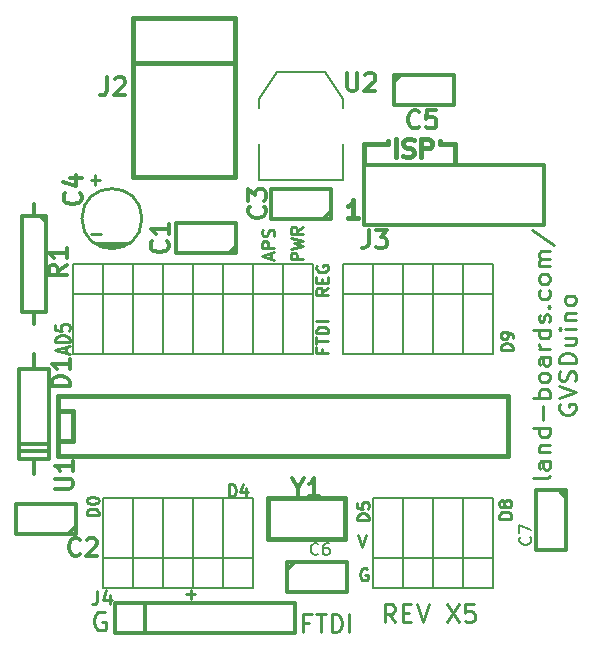
<source format=gto>
G04 (created by PCBNEW (2013-04-19 BZR 4011)-stable) date 19/08/2014 16:01:40*
%MOIN*%
G04 Gerber Fmt 3.4, Leading zero omitted, Abs format*
%FSLAX34Y34*%
G01*
G70*
G90*
G04 APERTURE LIST*
%ADD10C,0*%
%ADD11C,0.01*%
%ADD12C,0.015*%
%ADD13C,0.008*%
%ADD14C,0.012*%
%ADD15C,0.006*%
%ADD16C,0.01125*%
G04 APERTURE END LIST*
G54D10*
G54D11*
X31611Y-22308D02*
X31211Y-22308D01*
X31211Y-22155D01*
X31230Y-22117D01*
X31250Y-22098D01*
X31288Y-22079D01*
X31345Y-22079D01*
X31383Y-22098D01*
X31402Y-22117D01*
X31421Y-22155D01*
X31421Y-22308D01*
X31211Y-21946D02*
X31611Y-21851D01*
X31326Y-21775D01*
X31611Y-21698D01*
X31211Y-21603D01*
X31611Y-21222D02*
X31421Y-21355D01*
X31611Y-21451D02*
X31211Y-21451D01*
X31211Y-21298D01*
X31230Y-21260D01*
X31250Y-21241D01*
X31288Y-21222D01*
X31345Y-21222D01*
X31383Y-21241D01*
X31402Y-21260D01*
X31421Y-21298D01*
X31421Y-21451D01*
G54D12*
X33471Y-20942D02*
X33128Y-20942D01*
X33300Y-20942D02*
X33300Y-20342D01*
X33242Y-20428D01*
X33185Y-20485D01*
X33128Y-20514D01*
X34450Y-18400D02*
X34450Y-18375D01*
X36200Y-18475D02*
X36200Y-18350D01*
X36675Y-18475D02*
X36200Y-18475D01*
X36675Y-19125D02*
X36675Y-18475D01*
X34450Y-18475D02*
X34450Y-18425D01*
X33650Y-18475D02*
X34450Y-18475D01*
X33650Y-19125D02*
X33650Y-18475D01*
G54D11*
X30547Y-22285D02*
X30547Y-22095D01*
X30661Y-22323D02*
X30261Y-22190D01*
X30661Y-22057D01*
X30661Y-21923D02*
X30261Y-21923D01*
X30261Y-21771D01*
X30280Y-21733D01*
X30300Y-21714D01*
X30338Y-21695D01*
X30395Y-21695D01*
X30433Y-21714D01*
X30452Y-21733D01*
X30471Y-21771D01*
X30471Y-21923D01*
X30642Y-21542D02*
X30661Y-21485D01*
X30661Y-21390D01*
X30642Y-21352D01*
X30623Y-21333D01*
X30585Y-21314D01*
X30547Y-21314D01*
X30509Y-21333D01*
X30490Y-21352D01*
X30471Y-21390D01*
X30452Y-21466D01*
X30433Y-21504D01*
X30414Y-21523D01*
X30376Y-21542D01*
X30338Y-21542D01*
X30300Y-21523D01*
X30280Y-21504D01*
X30261Y-21466D01*
X30261Y-21371D01*
X30280Y-21314D01*
X34697Y-34402D02*
X34497Y-34117D01*
X34354Y-34402D02*
X34354Y-33802D01*
X34582Y-33802D01*
X34639Y-33831D01*
X34668Y-33860D01*
X34697Y-33917D01*
X34697Y-34002D01*
X34668Y-34060D01*
X34639Y-34088D01*
X34582Y-34117D01*
X34354Y-34117D01*
X34954Y-34088D02*
X35154Y-34088D01*
X35239Y-34402D02*
X34954Y-34402D01*
X34954Y-33802D01*
X35239Y-33802D01*
X35411Y-33802D02*
X35611Y-34402D01*
X35811Y-33802D01*
X36411Y-33802D02*
X36811Y-34402D01*
X36811Y-33802D02*
X36411Y-34402D01*
X37325Y-33802D02*
X37040Y-33802D01*
X37011Y-34088D01*
X37040Y-34060D01*
X37097Y-34031D01*
X37240Y-34031D01*
X37297Y-34060D01*
X37325Y-34088D01*
X37354Y-34145D01*
X37354Y-34288D01*
X37325Y-34345D01*
X37297Y-34374D01*
X37240Y-34402D01*
X37097Y-34402D01*
X37040Y-34374D01*
X37011Y-34345D01*
G54D12*
X34714Y-18892D02*
X34714Y-18292D01*
X34971Y-18864D02*
X35057Y-18892D01*
X35200Y-18892D01*
X35257Y-18864D01*
X35285Y-18835D01*
X35314Y-18778D01*
X35314Y-18721D01*
X35285Y-18664D01*
X35257Y-18635D01*
X35200Y-18607D01*
X35085Y-18578D01*
X35028Y-18550D01*
X35000Y-18521D01*
X34971Y-18464D01*
X34971Y-18407D01*
X35000Y-18350D01*
X35028Y-18321D01*
X35085Y-18292D01*
X35228Y-18292D01*
X35314Y-18321D01*
X35571Y-18892D02*
X35571Y-18292D01*
X35800Y-18292D01*
X35857Y-18321D01*
X35885Y-18350D01*
X35914Y-18407D01*
X35914Y-18492D01*
X35885Y-18550D01*
X35857Y-18578D01*
X35800Y-18607D01*
X35571Y-18607D01*
G54D11*
X24547Y-19659D02*
X24852Y-19659D01*
X24700Y-19811D02*
X24700Y-19507D01*
X33449Y-31494D02*
X33582Y-31894D01*
X33716Y-31494D01*
X38567Y-30944D02*
X38167Y-30944D01*
X38167Y-30849D01*
X38186Y-30792D01*
X38224Y-30754D01*
X38262Y-30735D01*
X38338Y-30716D01*
X38395Y-30716D01*
X38472Y-30735D01*
X38510Y-30754D01*
X38548Y-30792D01*
X38567Y-30849D01*
X38567Y-30944D01*
X38338Y-30487D02*
X38319Y-30525D01*
X38300Y-30544D01*
X38262Y-30563D01*
X38243Y-30563D01*
X38205Y-30544D01*
X38186Y-30525D01*
X38167Y-30487D01*
X38167Y-30411D01*
X38186Y-30373D01*
X38205Y-30354D01*
X38243Y-30335D01*
X38262Y-30335D01*
X38300Y-30354D01*
X38319Y-30373D01*
X38338Y-30411D01*
X38338Y-30487D01*
X38357Y-30525D01*
X38376Y-30544D01*
X38415Y-30563D01*
X38491Y-30563D01*
X38529Y-30544D01*
X38548Y-30525D01*
X38567Y-30487D01*
X38567Y-30411D01*
X38548Y-30373D01*
X38529Y-30354D01*
X38491Y-30335D01*
X38415Y-30335D01*
X38376Y-30354D01*
X38357Y-30373D01*
X38338Y-30411D01*
X39847Y-29514D02*
X39821Y-29571D01*
X39769Y-29599D01*
X39297Y-29599D01*
X39847Y-29028D02*
X39559Y-29028D01*
X39507Y-29057D01*
X39480Y-29114D01*
X39480Y-29228D01*
X39507Y-29285D01*
X39821Y-29028D02*
X39847Y-29085D01*
X39847Y-29228D01*
X39821Y-29285D01*
X39769Y-29314D01*
X39716Y-29314D01*
X39664Y-29285D01*
X39638Y-29228D01*
X39638Y-29085D01*
X39611Y-29028D01*
X39480Y-28742D02*
X39847Y-28742D01*
X39533Y-28742D02*
X39507Y-28714D01*
X39480Y-28657D01*
X39480Y-28571D01*
X39507Y-28514D01*
X39559Y-28485D01*
X39847Y-28485D01*
X39847Y-27942D02*
X39297Y-27942D01*
X39821Y-27942D02*
X39847Y-27999D01*
X39847Y-28114D01*
X39821Y-28171D01*
X39795Y-28199D01*
X39742Y-28228D01*
X39585Y-28228D01*
X39533Y-28199D01*
X39507Y-28171D01*
X39480Y-28114D01*
X39480Y-27999D01*
X39507Y-27942D01*
X39638Y-27657D02*
X39638Y-27199D01*
X39847Y-26914D02*
X39297Y-26914D01*
X39507Y-26914D02*
X39480Y-26857D01*
X39480Y-26742D01*
X39507Y-26685D01*
X39533Y-26657D01*
X39585Y-26628D01*
X39742Y-26628D01*
X39795Y-26657D01*
X39821Y-26685D01*
X39847Y-26742D01*
X39847Y-26857D01*
X39821Y-26914D01*
X39847Y-26285D02*
X39821Y-26342D01*
X39795Y-26371D01*
X39742Y-26399D01*
X39585Y-26399D01*
X39533Y-26371D01*
X39507Y-26342D01*
X39480Y-26285D01*
X39480Y-26199D01*
X39507Y-26142D01*
X39533Y-26114D01*
X39585Y-26085D01*
X39742Y-26085D01*
X39795Y-26114D01*
X39821Y-26142D01*
X39847Y-26199D01*
X39847Y-26285D01*
X39847Y-25571D02*
X39559Y-25571D01*
X39507Y-25599D01*
X39480Y-25657D01*
X39480Y-25771D01*
X39507Y-25828D01*
X39821Y-25571D02*
X39847Y-25628D01*
X39847Y-25771D01*
X39821Y-25828D01*
X39769Y-25857D01*
X39716Y-25857D01*
X39664Y-25828D01*
X39638Y-25771D01*
X39638Y-25628D01*
X39611Y-25571D01*
X39847Y-25285D02*
X39480Y-25285D01*
X39585Y-25285D02*
X39533Y-25257D01*
X39507Y-25228D01*
X39480Y-25171D01*
X39480Y-25114D01*
X39847Y-24657D02*
X39297Y-24657D01*
X39821Y-24657D02*
X39847Y-24714D01*
X39847Y-24828D01*
X39821Y-24885D01*
X39795Y-24914D01*
X39742Y-24942D01*
X39585Y-24942D01*
X39533Y-24914D01*
X39507Y-24885D01*
X39480Y-24828D01*
X39480Y-24714D01*
X39507Y-24657D01*
X39821Y-24399D02*
X39847Y-24342D01*
X39847Y-24228D01*
X39821Y-24171D01*
X39769Y-24142D01*
X39742Y-24142D01*
X39690Y-24171D01*
X39664Y-24228D01*
X39664Y-24314D01*
X39638Y-24371D01*
X39585Y-24399D01*
X39559Y-24399D01*
X39507Y-24371D01*
X39480Y-24314D01*
X39480Y-24228D01*
X39507Y-24171D01*
X39795Y-23885D02*
X39821Y-23857D01*
X39847Y-23885D01*
X39821Y-23914D01*
X39795Y-23885D01*
X39847Y-23885D01*
X39821Y-23342D02*
X39847Y-23400D01*
X39847Y-23514D01*
X39821Y-23571D01*
X39795Y-23600D01*
X39742Y-23628D01*
X39585Y-23628D01*
X39533Y-23600D01*
X39507Y-23571D01*
X39480Y-23514D01*
X39480Y-23400D01*
X39507Y-23342D01*
X39847Y-23000D02*
X39821Y-23057D01*
X39795Y-23085D01*
X39742Y-23114D01*
X39585Y-23114D01*
X39533Y-23085D01*
X39507Y-23057D01*
X39480Y-23000D01*
X39480Y-22914D01*
X39507Y-22857D01*
X39533Y-22828D01*
X39585Y-22800D01*
X39742Y-22800D01*
X39795Y-22828D01*
X39821Y-22857D01*
X39847Y-22914D01*
X39847Y-23000D01*
X39847Y-22542D02*
X39480Y-22542D01*
X39533Y-22542D02*
X39507Y-22514D01*
X39480Y-22457D01*
X39480Y-22371D01*
X39507Y-22314D01*
X39559Y-22285D01*
X39847Y-22285D01*
X39559Y-22285D02*
X39507Y-22257D01*
X39480Y-22200D01*
X39480Y-22114D01*
X39507Y-22057D01*
X39559Y-22028D01*
X39847Y-22028D01*
X39271Y-21314D02*
X39978Y-21828D01*
X40193Y-27142D02*
X40167Y-27200D01*
X40167Y-27285D01*
X40193Y-27371D01*
X40246Y-27428D01*
X40298Y-27457D01*
X40403Y-27485D01*
X40481Y-27485D01*
X40586Y-27457D01*
X40639Y-27428D01*
X40691Y-27371D01*
X40717Y-27285D01*
X40717Y-27228D01*
X40691Y-27142D01*
X40665Y-27114D01*
X40481Y-27114D01*
X40481Y-27228D01*
X40167Y-26942D02*
X40717Y-26742D01*
X40167Y-26542D01*
X40691Y-26371D02*
X40717Y-26285D01*
X40717Y-26142D01*
X40691Y-26085D01*
X40665Y-26057D01*
X40612Y-26028D01*
X40560Y-26028D01*
X40508Y-26057D01*
X40481Y-26085D01*
X40455Y-26142D01*
X40429Y-26257D01*
X40403Y-26314D01*
X40377Y-26342D01*
X40324Y-26371D01*
X40272Y-26371D01*
X40220Y-26342D01*
X40193Y-26314D01*
X40167Y-26257D01*
X40167Y-26114D01*
X40193Y-26028D01*
X40717Y-25771D02*
X40167Y-25771D01*
X40167Y-25628D01*
X40193Y-25542D01*
X40246Y-25485D01*
X40298Y-25457D01*
X40403Y-25428D01*
X40481Y-25428D01*
X40586Y-25457D01*
X40639Y-25485D01*
X40691Y-25542D01*
X40717Y-25628D01*
X40717Y-25771D01*
X40350Y-24914D02*
X40717Y-24914D01*
X40350Y-25171D02*
X40639Y-25171D01*
X40691Y-25142D01*
X40717Y-25085D01*
X40717Y-24999D01*
X40691Y-24942D01*
X40665Y-24914D01*
X40717Y-24628D02*
X40350Y-24628D01*
X40167Y-24628D02*
X40193Y-24657D01*
X40220Y-24628D01*
X40193Y-24599D01*
X40167Y-24628D01*
X40220Y-24628D01*
X40350Y-24342D02*
X40717Y-24342D01*
X40403Y-24342D02*
X40377Y-24314D01*
X40350Y-24257D01*
X40350Y-24171D01*
X40377Y-24114D01*
X40429Y-24085D01*
X40717Y-24085D01*
X40717Y-23714D02*
X40691Y-23771D01*
X40665Y-23800D01*
X40612Y-23828D01*
X40455Y-23828D01*
X40403Y-23800D01*
X40377Y-23771D01*
X40350Y-23714D01*
X40350Y-23628D01*
X40377Y-23571D01*
X40403Y-23542D01*
X40455Y-23514D01*
X40612Y-23514D01*
X40665Y-23542D01*
X40691Y-23571D01*
X40717Y-23628D01*
X40717Y-23714D01*
X32252Y-25290D02*
X32252Y-25423D01*
X32461Y-25423D02*
X32061Y-25423D01*
X32061Y-25233D01*
X32061Y-25138D02*
X32061Y-24909D01*
X32461Y-25023D02*
X32061Y-25023D01*
X32461Y-24776D02*
X32061Y-24776D01*
X32061Y-24680D01*
X32080Y-24623D01*
X32119Y-24585D01*
X32157Y-24566D01*
X32233Y-24547D01*
X32290Y-24547D01*
X32366Y-24566D01*
X32404Y-24585D01*
X32442Y-24623D01*
X32461Y-24680D01*
X32461Y-24776D01*
X32461Y-24376D02*
X32061Y-24376D01*
X32461Y-23257D02*
X32271Y-23390D01*
X32461Y-23485D02*
X32061Y-23485D01*
X32061Y-23333D01*
X32080Y-23295D01*
X32100Y-23276D01*
X32138Y-23257D01*
X32195Y-23257D01*
X32233Y-23276D01*
X32252Y-23295D01*
X32271Y-23333D01*
X32271Y-23485D01*
X32252Y-23085D02*
X32252Y-22952D01*
X32461Y-22895D02*
X32461Y-23085D01*
X32061Y-23085D01*
X32061Y-22895D01*
X32080Y-22514D02*
X32061Y-22552D01*
X32061Y-22609D01*
X32080Y-22666D01*
X32119Y-22704D01*
X32157Y-22723D01*
X32233Y-22742D01*
X32290Y-22742D01*
X32366Y-22723D01*
X32404Y-22704D01*
X32442Y-22666D01*
X32461Y-22609D01*
X32461Y-22571D01*
X32442Y-22514D01*
X32423Y-22495D01*
X32290Y-22495D01*
X32290Y-22571D01*
X29158Y-30209D02*
X29158Y-29809D01*
X29253Y-29809D01*
X29310Y-29828D01*
X29348Y-29867D01*
X29367Y-29905D01*
X29386Y-29981D01*
X29386Y-30038D01*
X29367Y-30114D01*
X29348Y-30152D01*
X29310Y-30190D01*
X29253Y-30209D01*
X29158Y-30209D01*
X29729Y-29943D02*
X29729Y-30209D01*
X29634Y-29790D02*
X29539Y-30076D01*
X29786Y-30076D01*
X25024Y-34075D02*
X24964Y-34045D01*
X24874Y-34045D01*
X24785Y-34075D01*
X24725Y-34135D01*
X24695Y-34195D01*
X24665Y-34315D01*
X24665Y-34405D01*
X24695Y-34524D01*
X24725Y-34584D01*
X24785Y-34644D01*
X24874Y-34674D01*
X24934Y-34674D01*
X25024Y-34644D01*
X25054Y-34614D01*
X25054Y-34405D01*
X24934Y-34405D01*
X33823Y-31003D02*
X33423Y-31003D01*
X33423Y-30908D01*
X33442Y-30851D01*
X33480Y-30813D01*
X33518Y-30794D01*
X33594Y-30775D01*
X33651Y-30775D01*
X33728Y-30794D01*
X33766Y-30813D01*
X33804Y-30851D01*
X33823Y-30908D01*
X33823Y-31003D01*
X33423Y-30413D02*
X33423Y-30603D01*
X33613Y-30622D01*
X33594Y-30603D01*
X33575Y-30565D01*
X33575Y-30470D01*
X33594Y-30432D01*
X33613Y-30413D01*
X33651Y-30394D01*
X33747Y-30394D01*
X33785Y-30413D01*
X33804Y-30432D01*
X33823Y-30470D01*
X33823Y-30565D01*
X33804Y-30603D01*
X33785Y-30622D01*
X27721Y-33474D02*
X28026Y-33474D01*
X27874Y-33626D02*
X27874Y-33321D01*
X33758Y-32628D02*
X33720Y-32609D01*
X33663Y-32609D01*
X33605Y-32628D01*
X33567Y-32667D01*
X33548Y-32705D01*
X33529Y-32781D01*
X33529Y-32838D01*
X33548Y-32914D01*
X33567Y-32952D01*
X33605Y-32990D01*
X33663Y-33009D01*
X33701Y-33009D01*
X33758Y-32990D01*
X33777Y-32971D01*
X33777Y-32838D01*
X33701Y-32838D01*
X24815Y-30843D02*
X24415Y-30843D01*
X24415Y-30748D01*
X24434Y-30690D01*
X24472Y-30652D01*
X24510Y-30633D01*
X24586Y-30614D01*
X24644Y-30614D01*
X24720Y-30633D01*
X24758Y-30652D01*
X24796Y-30690D01*
X24815Y-30748D01*
X24815Y-30843D01*
X24415Y-30367D02*
X24415Y-30328D01*
X24434Y-30290D01*
X24453Y-30271D01*
X24491Y-30252D01*
X24567Y-30233D01*
X24663Y-30233D01*
X24739Y-30252D01*
X24777Y-30271D01*
X24796Y-30290D01*
X24815Y-30328D01*
X24815Y-30367D01*
X24796Y-30405D01*
X24777Y-30424D01*
X24739Y-30443D01*
X24663Y-30462D01*
X24567Y-30462D01*
X24491Y-30443D01*
X24453Y-30424D01*
X24434Y-30405D01*
X24415Y-30367D01*
X38611Y-25335D02*
X38211Y-25335D01*
X38211Y-25239D01*
X38230Y-25182D01*
X38269Y-25144D01*
X38307Y-25125D01*
X38383Y-25106D01*
X38440Y-25106D01*
X38516Y-25125D01*
X38554Y-25144D01*
X38592Y-25182D01*
X38611Y-25239D01*
X38611Y-25335D01*
X38611Y-24916D02*
X38611Y-24839D01*
X38592Y-24801D01*
X38573Y-24782D01*
X38516Y-24744D01*
X38440Y-24725D01*
X38288Y-24725D01*
X38250Y-24744D01*
X38230Y-24763D01*
X38211Y-24801D01*
X38211Y-24878D01*
X38230Y-24916D01*
X38250Y-24935D01*
X38288Y-24954D01*
X38383Y-24954D01*
X38421Y-24935D01*
X38440Y-24916D01*
X38459Y-24878D01*
X38459Y-24801D01*
X38440Y-24763D01*
X38421Y-24744D01*
X38383Y-24725D01*
X23713Y-25433D02*
X23713Y-25243D01*
X23855Y-25471D02*
X23355Y-25338D01*
X23855Y-25205D01*
X23855Y-25071D02*
X23355Y-25071D01*
X23355Y-24976D01*
X23379Y-24919D01*
X23427Y-24881D01*
X23474Y-24862D01*
X23570Y-24843D01*
X23641Y-24843D01*
X23736Y-24862D01*
X23784Y-24881D01*
X23832Y-24919D01*
X23855Y-24976D01*
X23855Y-25071D01*
X23355Y-24481D02*
X23355Y-24671D01*
X23594Y-24690D01*
X23570Y-24671D01*
X23546Y-24633D01*
X23546Y-24538D01*
X23570Y-24500D01*
X23594Y-24481D01*
X23641Y-24462D01*
X23760Y-24462D01*
X23808Y-24481D01*
X23832Y-24500D01*
X23855Y-24538D01*
X23855Y-24633D01*
X23832Y-24671D01*
X23808Y-24690D01*
X31823Y-34419D02*
X31626Y-34419D01*
X31626Y-34729D02*
X31626Y-34138D01*
X31907Y-34138D01*
X32048Y-34138D02*
X32385Y-34138D01*
X32217Y-34729D02*
X32217Y-34138D01*
X32582Y-34729D02*
X32582Y-34138D01*
X32723Y-34138D01*
X32807Y-34166D01*
X32864Y-34222D01*
X32892Y-34279D01*
X32920Y-34391D01*
X32920Y-34475D01*
X32892Y-34588D01*
X32864Y-34644D01*
X32807Y-34700D01*
X32723Y-34729D01*
X32582Y-34729D01*
X33173Y-34729D02*
X33173Y-34138D01*
G54D13*
X30153Y-18448D02*
X30153Y-19648D01*
X30153Y-19648D02*
X32953Y-19648D01*
X32953Y-19648D02*
X32953Y-18448D01*
X30153Y-17248D02*
X30153Y-16948D01*
X30153Y-16948D02*
X30753Y-16048D01*
X30753Y-16048D02*
X32353Y-16048D01*
X32353Y-16048D02*
X32953Y-16948D01*
X32953Y-16948D02*
X32953Y-17248D01*
G54D14*
X34673Y-16148D02*
X36653Y-16148D01*
X36653Y-16148D02*
X36653Y-17148D01*
X36653Y-17148D02*
X34653Y-17148D01*
X34653Y-17148D02*
X34653Y-16148D01*
X34653Y-16398D02*
X34903Y-16148D01*
X32533Y-20948D02*
X30553Y-20948D01*
X30553Y-20948D02*
X30553Y-19948D01*
X30553Y-19948D02*
X32553Y-19948D01*
X32553Y-19948D02*
X32553Y-20948D01*
X32553Y-20698D02*
X32303Y-20948D01*
X24033Y-31448D02*
X22053Y-31448D01*
X22053Y-31448D02*
X22053Y-30448D01*
X22053Y-30448D02*
X24053Y-30448D01*
X24053Y-30448D02*
X24053Y-31448D01*
X24053Y-31198D02*
X23803Y-31448D01*
X29380Y-22100D02*
X27400Y-22100D01*
X27400Y-22100D02*
X27400Y-21100D01*
X27400Y-21100D02*
X29400Y-21100D01*
X29400Y-21100D02*
X29400Y-22100D01*
X29400Y-21850D02*
X29150Y-22100D01*
G54D12*
X23453Y-26848D02*
X38453Y-26848D01*
X38453Y-26848D02*
X38453Y-28848D01*
X38453Y-28848D02*
X23453Y-28848D01*
X23453Y-28848D02*
X23453Y-26848D01*
X23453Y-27348D02*
X23953Y-27348D01*
X23953Y-27348D02*
X23953Y-28348D01*
X23953Y-28348D02*
X23453Y-28348D01*
G54D11*
X24903Y-21448D02*
X24553Y-21448D01*
X24853Y-21848D02*
X25653Y-21848D01*
X25653Y-21848D02*
X25653Y-21798D01*
X25653Y-21798D02*
X24853Y-21798D01*
X25853Y-21748D02*
X24653Y-21748D01*
X26253Y-20948D02*
G75*
G03X26253Y-20948I-1000J0D01*
G74*
G01*
G54D14*
X25346Y-34751D02*
X25346Y-33751D01*
X25346Y-33751D02*
X31346Y-33751D01*
X31346Y-33751D02*
X31346Y-34751D01*
X31346Y-34751D02*
X25346Y-34751D01*
X26346Y-34751D02*
X26346Y-33751D01*
G54D15*
X29953Y-33248D02*
X28953Y-33248D01*
X28953Y-33248D02*
X28953Y-30248D01*
X28953Y-30248D02*
X29953Y-30248D01*
X29953Y-30248D02*
X29953Y-33248D01*
X28953Y-32248D02*
X29953Y-32248D01*
X32953Y-22448D02*
X33953Y-22448D01*
X33953Y-22448D02*
X33953Y-25448D01*
X33953Y-25448D02*
X32953Y-25448D01*
X32953Y-25448D02*
X32953Y-22448D01*
X33953Y-23448D02*
X32953Y-23448D01*
X33953Y-22448D02*
X34953Y-22448D01*
X34953Y-22448D02*
X34953Y-25448D01*
X34953Y-25448D02*
X33953Y-25448D01*
X33953Y-25448D02*
X33953Y-22448D01*
X34953Y-23448D02*
X33953Y-23448D01*
X34953Y-22448D02*
X35953Y-22448D01*
X35953Y-22448D02*
X35953Y-25448D01*
X35953Y-25448D02*
X34953Y-25448D01*
X34953Y-25448D02*
X34953Y-22448D01*
X35953Y-23448D02*
X34953Y-23448D01*
X35953Y-22448D02*
X36953Y-22448D01*
X36953Y-22448D02*
X36953Y-25448D01*
X36953Y-25448D02*
X35953Y-25448D01*
X35953Y-25448D02*
X35953Y-22448D01*
X36953Y-23448D02*
X35953Y-23448D01*
X36953Y-22448D02*
X37953Y-22448D01*
X37953Y-22448D02*
X37953Y-25448D01*
X37953Y-25448D02*
X36953Y-25448D01*
X36953Y-25448D02*
X36953Y-22448D01*
X37953Y-23448D02*
X36953Y-23448D01*
X37953Y-33248D02*
X36953Y-33248D01*
X36953Y-33248D02*
X36953Y-30248D01*
X36953Y-30248D02*
X37953Y-30248D01*
X37953Y-30248D02*
X37953Y-33248D01*
X36953Y-32248D02*
X37953Y-32248D01*
X36953Y-33248D02*
X35953Y-33248D01*
X35953Y-33248D02*
X35953Y-30248D01*
X35953Y-30248D02*
X36953Y-30248D01*
X36953Y-30248D02*
X36953Y-33248D01*
X35953Y-32248D02*
X36953Y-32248D01*
X35953Y-33248D02*
X34953Y-33248D01*
X34953Y-33248D02*
X34953Y-30248D01*
X34953Y-30248D02*
X35953Y-30248D01*
X35953Y-30248D02*
X35953Y-33248D01*
X34953Y-32248D02*
X35953Y-32248D01*
X34953Y-33248D02*
X33953Y-33248D01*
X33953Y-33248D02*
X33953Y-30248D01*
X33953Y-30248D02*
X34953Y-30248D01*
X34953Y-30248D02*
X34953Y-33248D01*
X33953Y-32248D02*
X34953Y-32248D01*
X28953Y-22448D02*
X29953Y-22448D01*
X29953Y-22448D02*
X29953Y-25448D01*
X29953Y-25448D02*
X28953Y-25448D01*
X28953Y-25448D02*
X28953Y-22448D01*
X29953Y-23448D02*
X28953Y-23448D01*
X28953Y-33248D02*
X27953Y-33248D01*
X27953Y-33248D02*
X27953Y-30248D01*
X27953Y-30248D02*
X28953Y-30248D01*
X28953Y-30248D02*
X28953Y-33248D01*
X27953Y-32248D02*
X28953Y-32248D01*
X27953Y-33248D02*
X26953Y-33248D01*
X26953Y-33248D02*
X26953Y-30248D01*
X26953Y-30248D02*
X27953Y-30248D01*
X27953Y-30248D02*
X27953Y-33248D01*
X26953Y-32248D02*
X27953Y-32248D01*
X26953Y-33248D02*
X25953Y-33248D01*
X25953Y-33248D02*
X25953Y-30248D01*
X25953Y-30248D02*
X26953Y-30248D01*
X26953Y-30248D02*
X26953Y-33248D01*
X25953Y-32248D02*
X26953Y-32248D01*
X25953Y-33248D02*
X24953Y-33248D01*
X24953Y-33248D02*
X24953Y-30248D01*
X24953Y-30248D02*
X25953Y-30248D01*
X25953Y-30248D02*
X25953Y-33248D01*
X24953Y-32248D02*
X25953Y-32248D01*
X23953Y-22448D02*
X24953Y-22448D01*
X24953Y-22448D02*
X24953Y-25448D01*
X24953Y-25448D02*
X23953Y-25448D01*
X23953Y-25448D02*
X23953Y-22448D01*
X24953Y-23448D02*
X23953Y-23448D01*
X24953Y-22448D02*
X25953Y-22448D01*
X25953Y-22448D02*
X25953Y-25448D01*
X25953Y-25448D02*
X24953Y-25448D01*
X24953Y-25448D02*
X24953Y-22448D01*
X25953Y-23448D02*
X24953Y-23448D01*
X25953Y-22448D02*
X26953Y-22448D01*
X26953Y-22448D02*
X26953Y-25448D01*
X26953Y-25448D02*
X25953Y-25448D01*
X25953Y-25448D02*
X25953Y-22448D01*
X26953Y-23448D02*
X25953Y-23448D01*
X26953Y-22448D02*
X27953Y-22448D01*
X27953Y-22448D02*
X27953Y-25448D01*
X27953Y-25448D02*
X26953Y-25448D01*
X26953Y-25448D02*
X26953Y-22448D01*
X27953Y-23448D02*
X26953Y-23448D01*
X27953Y-22448D02*
X28953Y-22448D01*
X28953Y-22448D02*
X28953Y-25448D01*
X28953Y-25448D02*
X27953Y-25448D01*
X27953Y-25448D02*
X27953Y-22448D01*
X28953Y-23448D02*
X27953Y-23448D01*
G54D14*
X23153Y-25948D02*
X23153Y-28948D01*
X23153Y-28948D02*
X22153Y-28948D01*
X22153Y-28948D02*
X22153Y-25948D01*
X22153Y-25948D02*
X23153Y-25948D01*
X23153Y-28698D02*
X22153Y-28698D01*
X22153Y-28448D02*
X23153Y-28448D01*
X22653Y-25948D02*
X22653Y-25448D01*
X22653Y-28948D02*
X22653Y-29448D01*
X22653Y-20448D02*
X22653Y-20848D01*
X22653Y-20848D02*
X23053Y-20848D01*
X23053Y-20848D02*
X23053Y-24048D01*
X23053Y-24048D02*
X22253Y-24048D01*
X22253Y-24048D02*
X22253Y-20848D01*
X22253Y-20848D02*
X22653Y-20848D01*
X22853Y-20848D02*
X23053Y-21048D01*
X22653Y-24448D02*
X22653Y-24048D01*
G54D15*
X29953Y-22448D02*
X30953Y-22448D01*
X30953Y-22448D02*
X30953Y-25448D01*
X30953Y-25448D02*
X29953Y-25448D01*
X29953Y-25448D02*
X29953Y-22448D01*
X30953Y-23448D02*
X29953Y-23448D01*
X30953Y-22448D02*
X31953Y-22448D01*
X31953Y-22448D02*
X31953Y-25448D01*
X31953Y-25448D02*
X30953Y-25448D01*
X30953Y-25448D02*
X30953Y-22448D01*
X31953Y-23448D02*
X30953Y-23448D01*
G54D12*
X30473Y-30259D02*
X33033Y-30259D01*
X33033Y-30259D02*
X33033Y-31637D01*
X33033Y-31637D02*
X30473Y-31637D01*
X30473Y-31637D02*
X30473Y-30259D01*
G54D14*
X33653Y-19148D02*
X39653Y-19148D01*
X39653Y-19148D02*
X39653Y-21148D01*
X39653Y-21148D02*
X33653Y-21148D01*
X33653Y-21148D02*
X33653Y-19148D01*
G54D12*
X29350Y-14550D02*
X29350Y-14250D01*
X29350Y-14250D02*
X25950Y-14250D01*
X25950Y-14250D02*
X25950Y-14550D01*
X29350Y-15750D02*
X25950Y-15750D01*
X29350Y-19550D02*
X25950Y-19550D01*
X25950Y-14550D02*
X25950Y-19550D01*
X29350Y-14550D02*
X29350Y-19550D01*
G54D14*
X31120Y-32400D02*
X33100Y-32400D01*
X33100Y-32400D02*
X33100Y-33400D01*
X33100Y-33400D02*
X31100Y-33400D01*
X31100Y-33400D02*
X31100Y-32400D01*
X31100Y-32650D02*
X31350Y-32400D01*
X40400Y-30020D02*
X40400Y-32000D01*
X40400Y-32000D02*
X39400Y-32000D01*
X39400Y-32000D02*
X39400Y-30000D01*
X39400Y-30000D02*
X40400Y-30000D01*
X40150Y-30000D02*
X40400Y-30250D01*
X33096Y-16090D02*
X33096Y-16576D01*
X33124Y-16633D01*
X33153Y-16662D01*
X33210Y-16690D01*
X33324Y-16690D01*
X33382Y-16662D01*
X33410Y-16633D01*
X33439Y-16576D01*
X33439Y-16090D01*
X33696Y-16148D02*
X33724Y-16119D01*
X33782Y-16090D01*
X33924Y-16090D01*
X33982Y-16119D01*
X34010Y-16148D01*
X34039Y-16205D01*
X34039Y-16262D01*
X34010Y-16348D01*
X33667Y-16690D01*
X34039Y-16690D01*
X35500Y-17885D02*
X35471Y-17914D01*
X35385Y-17942D01*
X35328Y-17942D01*
X35242Y-17914D01*
X35185Y-17857D01*
X35157Y-17800D01*
X35128Y-17685D01*
X35128Y-17600D01*
X35157Y-17485D01*
X35185Y-17428D01*
X35242Y-17371D01*
X35328Y-17342D01*
X35385Y-17342D01*
X35471Y-17371D01*
X35500Y-17400D01*
X36042Y-17342D02*
X35757Y-17342D01*
X35728Y-17628D01*
X35757Y-17600D01*
X35814Y-17571D01*
X35957Y-17571D01*
X36014Y-17600D01*
X36042Y-17628D01*
X36071Y-17685D01*
X36071Y-17828D01*
X36042Y-17885D01*
X36014Y-17914D01*
X35957Y-17942D01*
X35814Y-17942D01*
X35757Y-17914D01*
X35728Y-17885D01*
X30339Y-20548D02*
X30367Y-20576D01*
X30396Y-20662D01*
X30396Y-20719D01*
X30367Y-20805D01*
X30310Y-20862D01*
X30253Y-20890D01*
X30139Y-20919D01*
X30053Y-20919D01*
X29939Y-20890D01*
X29882Y-20862D01*
X29824Y-20805D01*
X29796Y-20719D01*
X29796Y-20662D01*
X29824Y-20576D01*
X29853Y-20548D01*
X29796Y-20348D02*
X29796Y-19976D01*
X30024Y-20176D01*
X30024Y-20090D01*
X30053Y-20033D01*
X30082Y-20005D01*
X30139Y-19976D01*
X30282Y-19976D01*
X30339Y-20005D01*
X30367Y-20033D01*
X30396Y-20090D01*
X30396Y-20262D01*
X30367Y-20319D01*
X30339Y-20348D01*
X24191Y-32134D02*
X24162Y-32163D01*
X24077Y-32191D01*
X24019Y-32191D01*
X23934Y-32163D01*
X23877Y-32105D01*
X23848Y-32048D01*
X23819Y-31934D01*
X23819Y-31848D01*
X23848Y-31734D01*
X23877Y-31677D01*
X23934Y-31620D01*
X24019Y-31591D01*
X24077Y-31591D01*
X24162Y-31620D01*
X24191Y-31648D01*
X24419Y-31648D02*
X24448Y-31620D01*
X24505Y-31591D01*
X24648Y-31591D01*
X24705Y-31620D01*
X24734Y-31648D01*
X24762Y-31705D01*
X24762Y-31763D01*
X24734Y-31848D01*
X24391Y-32191D01*
X24762Y-32191D01*
X27085Y-21700D02*
X27114Y-21728D01*
X27142Y-21814D01*
X27142Y-21871D01*
X27114Y-21957D01*
X27057Y-22014D01*
X27000Y-22042D01*
X26885Y-22071D01*
X26800Y-22071D01*
X26685Y-22042D01*
X26628Y-22014D01*
X26571Y-21957D01*
X26542Y-21871D01*
X26542Y-21814D01*
X26571Y-21728D01*
X26600Y-21700D01*
X27142Y-21128D02*
X27142Y-21471D01*
X27142Y-21300D02*
X26542Y-21300D01*
X26628Y-21357D01*
X26685Y-21414D01*
X26714Y-21471D01*
X23342Y-29957D02*
X23828Y-29957D01*
X23885Y-29928D01*
X23914Y-29900D01*
X23942Y-29842D01*
X23942Y-29728D01*
X23914Y-29671D01*
X23885Y-29642D01*
X23828Y-29614D01*
X23342Y-29614D01*
X23942Y-29014D02*
X23942Y-29357D01*
X23942Y-29185D02*
X23342Y-29185D01*
X23428Y-29242D01*
X23485Y-29300D01*
X23514Y-29357D01*
X24185Y-20100D02*
X24214Y-20128D01*
X24242Y-20214D01*
X24242Y-20271D01*
X24214Y-20357D01*
X24157Y-20414D01*
X24100Y-20442D01*
X23985Y-20471D01*
X23900Y-20471D01*
X23785Y-20442D01*
X23728Y-20414D01*
X23671Y-20357D01*
X23642Y-20271D01*
X23642Y-20214D01*
X23671Y-20128D01*
X23700Y-20100D01*
X23842Y-19585D02*
X24242Y-19585D01*
X23614Y-19728D02*
X24042Y-19871D01*
X24042Y-19500D01*
G54D16*
X24771Y-33354D02*
X24771Y-33675D01*
X24749Y-33739D01*
X24706Y-33782D01*
X24642Y-33804D01*
X24599Y-33804D01*
X25178Y-33504D02*
X25178Y-33804D01*
X25071Y-33332D02*
X24964Y-33654D01*
X25242Y-33654D01*
G54D14*
X23842Y-26542D02*
X23242Y-26542D01*
X23242Y-26400D01*
X23271Y-26314D01*
X23328Y-26257D01*
X23385Y-26228D01*
X23500Y-26200D01*
X23585Y-26200D01*
X23700Y-26228D01*
X23757Y-26257D01*
X23814Y-26314D01*
X23842Y-26400D01*
X23842Y-26542D01*
X23842Y-25628D02*
X23842Y-25971D01*
X23842Y-25800D02*
X23242Y-25800D01*
X23328Y-25857D01*
X23385Y-25914D01*
X23414Y-25971D01*
X23742Y-22500D02*
X23457Y-22700D01*
X23742Y-22842D02*
X23142Y-22842D01*
X23142Y-22614D01*
X23171Y-22557D01*
X23200Y-22528D01*
X23257Y-22500D01*
X23342Y-22500D01*
X23400Y-22528D01*
X23428Y-22557D01*
X23457Y-22614D01*
X23457Y-22842D01*
X23742Y-21928D02*
X23742Y-22271D01*
X23742Y-22100D02*
X23142Y-22100D01*
X23228Y-22157D01*
X23285Y-22214D01*
X23314Y-22271D01*
X31447Y-29921D02*
X31447Y-30206D01*
X31247Y-29606D02*
X31447Y-29921D01*
X31647Y-29606D01*
X32162Y-30206D02*
X31819Y-30206D01*
X31990Y-30206D02*
X31990Y-29606D01*
X31933Y-29692D01*
X31876Y-29749D01*
X31819Y-29778D01*
X33815Y-21335D02*
X33815Y-21764D01*
X33787Y-21850D01*
X33730Y-21907D01*
X33644Y-21935D01*
X33587Y-21935D01*
X34044Y-21335D02*
X34415Y-21335D01*
X34215Y-21564D01*
X34301Y-21564D01*
X34358Y-21592D01*
X34387Y-21621D01*
X34415Y-21678D01*
X34415Y-21821D01*
X34387Y-21878D01*
X34358Y-21907D01*
X34301Y-21935D01*
X34130Y-21935D01*
X34072Y-21907D01*
X34044Y-21878D01*
X25100Y-16242D02*
X25100Y-16671D01*
X25071Y-16757D01*
X25014Y-16814D01*
X24928Y-16842D01*
X24871Y-16842D01*
X25357Y-16300D02*
X25385Y-16271D01*
X25442Y-16242D01*
X25585Y-16242D01*
X25642Y-16271D01*
X25671Y-16300D01*
X25700Y-16357D01*
X25700Y-16414D01*
X25671Y-16500D01*
X25328Y-16842D01*
X25700Y-16842D01*
G54D13*
X32133Y-32123D02*
X32114Y-32142D01*
X32057Y-32161D01*
X32019Y-32161D01*
X31961Y-32142D01*
X31923Y-32104D01*
X31904Y-32066D01*
X31885Y-31990D01*
X31885Y-31933D01*
X31904Y-31857D01*
X31923Y-31819D01*
X31961Y-31780D01*
X32019Y-31761D01*
X32057Y-31761D01*
X32114Y-31780D01*
X32133Y-31800D01*
X32476Y-31761D02*
X32400Y-31761D01*
X32361Y-31780D01*
X32342Y-31800D01*
X32304Y-31857D01*
X32285Y-31933D01*
X32285Y-32085D01*
X32304Y-32123D01*
X32323Y-32142D01*
X32361Y-32161D01*
X32438Y-32161D01*
X32476Y-32142D01*
X32495Y-32123D01*
X32514Y-32085D01*
X32514Y-31990D01*
X32495Y-31952D01*
X32476Y-31933D01*
X32438Y-31914D01*
X32361Y-31914D01*
X32323Y-31933D01*
X32304Y-31952D01*
X32285Y-31990D01*
X39198Y-31566D02*
X39217Y-31585D01*
X39236Y-31642D01*
X39236Y-31680D01*
X39217Y-31738D01*
X39179Y-31776D01*
X39141Y-31795D01*
X39065Y-31814D01*
X39008Y-31814D01*
X38932Y-31795D01*
X38894Y-31776D01*
X38855Y-31738D01*
X38836Y-31680D01*
X38836Y-31642D01*
X38855Y-31585D01*
X38875Y-31566D01*
X38836Y-31433D02*
X38836Y-31166D01*
X39236Y-31338D01*
M02*

</source>
